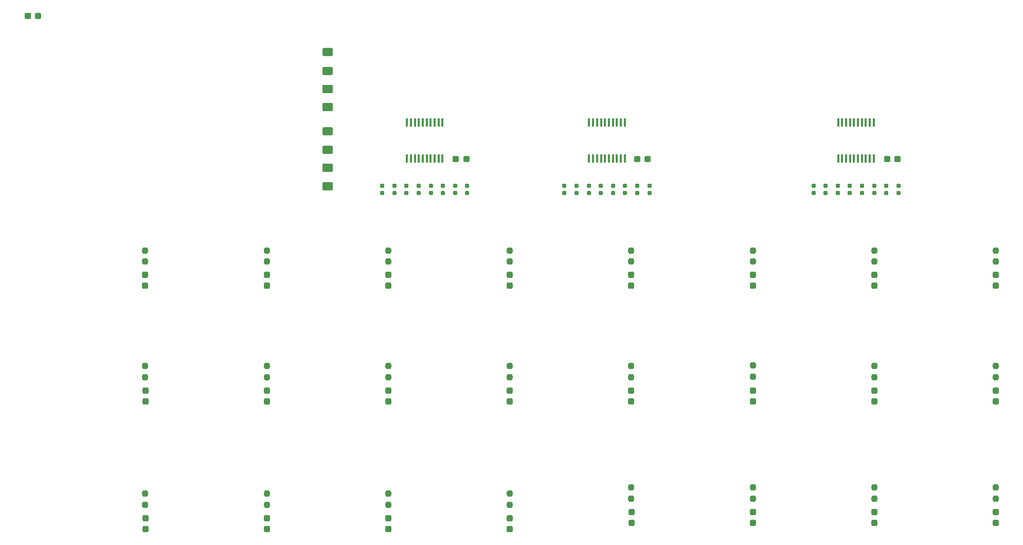
<source format=gbr>
%TF.GenerationSoftware,KiCad,Pcbnew,8.0.2*%
%TF.CreationDate,2024-09-23T18:26:01-05:00*%
%TF.ProjectId,ReceiverBoard,52656365-6976-4657-9242-6f6172642e6b,rev?*%
%TF.SameCoordinates,Original*%
%TF.FileFunction,Paste,Top*%
%TF.FilePolarity,Positive*%
%FSLAX46Y46*%
G04 Gerber Fmt 4.6, Leading zero omitted, Abs format (unit mm)*
G04 Created by KiCad (PCBNEW 8.0.2) date 2024-09-23 18:26:01*
%MOMM*%
%LPD*%
G01*
G04 APERTURE LIST*
G04 Aperture macros list*
%AMRoundRect*
0 Rectangle with rounded corners*
0 $1 Rounding radius*
0 $2 $3 $4 $5 $6 $7 $8 $9 X,Y pos of 4 corners*
0 Add a 4 corners polygon primitive as box body*
4,1,4,$2,$3,$4,$5,$6,$7,$8,$9,$2,$3,0*
0 Add four circle primitives for the rounded corners*
1,1,$1+$1,$2,$3*
1,1,$1+$1,$4,$5*
1,1,$1+$1,$6,$7*
1,1,$1+$1,$8,$9*
0 Add four rect primitives between the rounded corners*
20,1,$1+$1,$2,$3,$4,$5,0*
20,1,$1+$1,$4,$5,$6,$7,0*
20,1,$1+$1,$6,$7,$8,$9,0*
20,1,$1+$1,$8,$9,$2,$3,0*%
G04 Aperture macros list end*
%ADD10RoundRect,0.160000X-0.160000X0.197500X-0.160000X-0.197500X0.160000X-0.197500X0.160000X0.197500X0*%
%ADD11RoundRect,0.237500X-0.237500X0.287500X-0.237500X-0.287500X0.237500X-0.287500X0.237500X0.287500X0*%
%ADD12RoundRect,0.237500X0.237500X-0.250000X0.237500X0.250000X-0.237500X0.250000X-0.237500X-0.250000X0*%
%ADD13RoundRect,0.160000X0.160000X-0.197500X0.160000X0.197500X-0.160000X0.197500X-0.160000X-0.197500X0*%
%ADD14RoundRect,0.237500X-0.237500X0.250000X-0.237500X-0.250000X0.237500X-0.250000X0.237500X0.250000X0*%
%ADD15RoundRect,0.237500X0.300000X0.237500X-0.300000X0.237500X-0.300000X-0.237500X0.300000X-0.237500X0*%
%ADD16RoundRect,0.250000X0.625000X-0.400000X0.625000X0.400000X-0.625000X0.400000X-0.625000X-0.400000X0*%
%ADD17RoundRect,0.250001X-0.624999X0.462499X-0.624999X-0.462499X0.624999X-0.462499X0.624999X0.462499X0*%
%ADD18R,0.450000X1.475000*%
G04 APERTURE END LIST*
D10*
%TO.C,R12*%
X167000000Y-72402500D03*
X167000000Y-73597500D03*
%TD*%
D11*
%TO.C,D18*%
X194000000Y-106125000D03*
X194000000Y-107875000D03*
%TD*%
D12*
%TO.C,R40*%
X174000000Y-123912500D03*
X174000000Y-122087500D03*
%TD*%
%TO.C,R37*%
X154000000Y-124912500D03*
X154000000Y-123087500D03*
%TD*%
D10*
%TO.C,R17*%
X177000000Y-72402500D03*
X177000000Y-73597500D03*
%TD*%
%TO.C,R16*%
X175000000Y-72402500D03*
X175000000Y-73597500D03*
%TD*%
D12*
%TO.C,R27*%
X94000000Y-103912500D03*
X94000000Y-102087500D03*
%TD*%
D11*
%TO.C,D14*%
X174000000Y-87125000D03*
X174000000Y-88875000D03*
%TD*%
D12*
%TO.C,R44*%
X214000000Y-84912500D03*
X214000000Y-83087500D03*
%TD*%
D10*
%TO.C,R13*%
X169000000Y-72402500D03*
X169000000Y-73597500D03*
%TD*%
D13*
%TO.C,R2*%
X133000000Y-73597500D03*
X133000000Y-72402500D03*
%TD*%
D10*
%TO.C,R25*%
X218000000Y-72402500D03*
X218000000Y-73597500D03*
%TD*%
D11*
%TO.C,D10*%
X134000000Y-127125000D03*
X134000000Y-128875000D03*
%TD*%
D14*
%TO.C,R33*%
X134000000Y-102087500D03*
X134000000Y-103912500D03*
%TD*%
D11*
%TO.C,D6*%
X114040000Y-106125000D03*
X114040000Y-107875000D03*
%TD*%
D12*
%TO.C,R47*%
X234000000Y-84912500D03*
X234000000Y-83087500D03*
%TD*%
%TO.C,R39*%
X174000000Y-103912500D03*
X174000000Y-102087500D03*
%TD*%
D11*
%TO.C,D20*%
X214000000Y-87125000D03*
X214000000Y-88875000D03*
%TD*%
D10*
%TO.C,R8*%
X145000000Y-72402500D03*
X145000000Y-73597500D03*
%TD*%
D11*
%TO.C,D8*%
X134000000Y-87125000D03*
X134000000Y-88875000D03*
%TD*%
D12*
%TO.C,R38*%
X174000000Y-84912500D03*
X174000000Y-83087500D03*
%TD*%
D10*
%TO.C,R19*%
X206000000Y-72402500D03*
X206000000Y-73597500D03*
%TD*%
D12*
%TO.C,R32*%
X134000000Y-84912500D03*
X134000000Y-83087500D03*
%TD*%
D10*
%TO.C,R21*%
X210000000Y-72402500D03*
X210000000Y-73597500D03*
%TD*%
D11*
%TO.C,D15*%
X174000000Y-106125000D03*
X174000000Y-107875000D03*
%TD*%
D10*
%TO.C,R9*%
X147000000Y-72402500D03*
X147000000Y-73597500D03*
%TD*%
D15*
%TO.C,C5*%
X76362500Y-44500000D03*
X74637500Y-44500000D03*
%TD*%
D12*
%TO.C,R46*%
X214000000Y-123912500D03*
X214000000Y-122087500D03*
%TD*%
D11*
%TO.C,D3*%
X94040000Y-106125000D03*
X94040000Y-107875000D03*
%TD*%
D10*
%TO.C,R20*%
X208000000Y-72402500D03*
X208000000Y-73597500D03*
%TD*%
D11*
%TO.C,D2*%
X94000000Y-87125000D03*
X94000000Y-88875000D03*
%TD*%
D13*
%TO.C,R18*%
X204000000Y-73597500D03*
X204000000Y-72402500D03*
%TD*%
D10*
%TO.C,R22*%
X212000000Y-72402500D03*
X212000000Y-73597500D03*
%TD*%
D11*
%TO.C,D16*%
X174040000Y-126125000D03*
X174040000Y-127875000D03*
%TD*%
D12*
%TO.C,R42*%
X194000000Y-103825000D03*
X194000000Y-102000000D03*
%TD*%
D11*
%TO.C,D9*%
X134040000Y-106125000D03*
X134040000Y-107875000D03*
%TD*%
D12*
%TO.C,R36*%
X154000000Y-103912500D03*
X154000000Y-102087500D03*
%TD*%
%TO.C,R35*%
X154000000Y-84912500D03*
X154000000Y-83087500D03*
%TD*%
D16*
%TO.C,R50*%
X124000000Y-53550000D03*
X124000000Y-50450000D03*
%TD*%
D10*
%TO.C,R15*%
X173000000Y-72402500D03*
X173000000Y-73597500D03*
%TD*%
%TO.C,R5*%
X139000000Y-72402500D03*
X139000000Y-73597500D03*
%TD*%
D11*
%TO.C,D13*%
X154000000Y-127125000D03*
X154000000Y-128875000D03*
%TD*%
%TO.C,D25*%
X234000000Y-126125000D03*
X234000000Y-127875000D03*
%TD*%
D12*
%TO.C,R31*%
X114000000Y-124912500D03*
X114000000Y-123087500D03*
%TD*%
D11*
%TO.C,D21*%
X214000000Y-106125000D03*
X214000000Y-107875000D03*
%TD*%
D15*
%TO.C,C3*%
X176725000Y-68000000D03*
X175000000Y-68000000D03*
%TD*%
D11*
%TO.C,D7*%
X114000000Y-127125000D03*
X114000000Y-128875000D03*
%TD*%
D10*
%TO.C,R4*%
X137000000Y-72402500D03*
X137000000Y-73597500D03*
%TD*%
%TO.C,R7*%
X143000000Y-72402500D03*
X143000000Y-73597500D03*
%TD*%
D12*
%TO.C,R45*%
X214000000Y-103912500D03*
X214000000Y-102087500D03*
%TD*%
D11*
%TO.C,D24*%
X234000000Y-106125000D03*
X234000000Y-107875000D03*
%TD*%
D10*
%TO.C,R14*%
X171000000Y-72402500D03*
X171000000Y-73597500D03*
%TD*%
D17*
%TO.C,D26*%
X124000000Y-56512500D03*
X124000000Y-59487500D03*
%TD*%
D12*
%TO.C,R48*%
X234000000Y-103912500D03*
X234000000Y-102087500D03*
%TD*%
%TO.C,R29*%
X114000000Y-84912500D03*
X114000000Y-83087500D03*
%TD*%
%TO.C,R28*%
X94000000Y-124912500D03*
X94000000Y-123087500D03*
%TD*%
D11*
%TO.C,D23*%
X234000000Y-87125000D03*
X234000000Y-88875000D03*
%TD*%
D15*
%TO.C,C4*%
X217862500Y-68000000D03*
X216137500Y-68000000D03*
%TD*%
D10*
%TO.C,R11*%
X165000000Y-72402500D03*
X165000000Y-73597500D03*
%TD*%
D11*
%TO.C,D5*%
X114000000Y-87125000D03*
X114000000Y-88875000D03*
%TD*%
D12*
%TO.C,R30*%
X114000000Y-103912500D03*
X114000000Y-102087500D03*
%TD*%
D10*
%TO.C,R24*%
X216000000Y-72402500D03*
X216000000Y-73597500D03*
%TD*%
D12*
%TO.C,R34*%
X134000000Y-124912500D03*
X134000000Y-123087500D03*
%TD*%
%TO.C,R49*%
X234000000Y-123912500D03*
X234000000Y-122087500D03*
%TD*%
D17*
%TO.C,D1*%
X124000000Y-69512500D03*
X124000000Y-72487500D03*
%TD*%
D15*
%TO.C,C2*%
X146862500Y-68000000D03*
X145137500Y-68000000D03*
%TD*%
D10*
%TO.C,R3*%
X135000000Y-72402500D03*
X135000000Y-73597500D03*
%TD*%
D12*
%TO.C,R41*%
X194000000Y-84912500D03*
X194000000Y-83087500D03*
%TD*%
D10*
%TO.C,R23*%
X214000000Y-72402500D03*
X214000000Y-73597500D03*
%TD*%
D12*
%TO.C,R43*%
X194000000Y-123912500D03*
X194000000Y-122087500D03*
%TD*%
D13*
%TO.C,R10*%
X163000000Y-73597500D03*
X163000000Y-72402500D03*
%TD*%
D11*
%TO.C,D11*%
X154000000Y-87125000D03*
X154000000Y-88875000D03*
%TD*%
%TO.C,D4*%
X94040000Y-127125000D03*
X94040000Y-128875000D03*
%TD*%
%TO.C,D19*%
X194000000Y-126125000D03*
X194000000Y-127875000D03*
%TD*%
D16*
%TO.C,R1*%
X124000000Y-66550000D03*
X124000000Y-63450000D03*
%TD*%
D10*
%TO.C,R6*%
X141000000Y-72402500D03*
X141000000Y-73597500D03*
%TD*%
D12*
%TO.C,R26*%
X94000000Y-84912500D03*
X94000000Y-83087500D03*
%TD*%
D11*
%TO.C,D12*%
X154000000Y-106125000D03*
X154000000Y-107875000D03*
%TD*%
%TO.C,D17*%
X194000000Y-87125000D03*
X194000000Y-88875000D03*
%TD*%
%TO.C,D22*%
X214000000Y-126125000D03*
X214000000Y-127875000D03*
%TD*%
D18*
%TO.C,IC1*%
X142925000Y-62062000D03*
X142275000Y-62062000D03*
X141625000Y-62062000D03*
X140975000Y-62062000D03*
X140325000Y-62062000D03*
X139675000Y-62062000D03*
X139025000Y-62062000D03*
X138375000Y-62062000D03*
X137725000Y-62062000D03*
X137075000Y-62062000D03*
X137075000Y-67938000D03*
X137725000Y-67938000D03*
X138375000Y-67938000D03*
X139025000Y-67938000D03*
X139675000Y-67938000D03*
X140325000Y-67938000D03*
X140975000Y-67938000D03*
X141625000Y-67938000D03*
X142275000Y-67938000D03*
X142925000Y-67938000D03*
%TD*%
%TO.C,IC2*%
X172925000Y-62062000D03*
X172275000Y-62062000D03*
X171625000Y-62062000D03*
X170975000Y-62062000D03*
X170325000Y-62062000D03*
X169675000Y-62062000D03*
X169025000Y-62062000D03*
X168375000Y-62062000D03*
X167725000Y-62062000D03*
X167075000Y-62062000D03*
X167075000Y-67938000D03*
X167725000Y-67938000D03*
X168375000Y-67938000D03*
X169025000Y-67938000D03*
X169675000Y-67938000D03*
X170325000Y-67938000D03*
X170975000Y-67938000D03*
X171625000Y-67938000D03*
X172275000Y-67938000D03*
X172925000Y-67938000D03*
%TD*%
%TO.C,IC3*%
X213925000Y-62062000D03*
X213275000Y-62062000D03*
X212625000Y-62062000D03*
X211975000Y-62062000D03*
X211325000Y-62062000D03*
X210675000Y-62062000D03*
X210025000Y-62062000D03*
X209375000Y-62062000D03*
X208725000Y-62062000D03*
X208075000Y-62062000D03*
X208075000Y-67938000D03*
X208725000Y-67938000D03*
X209375000Y-67938000D03*
X210025000Y-67938000D03*
X210675000Y-67938000D03*
X211325000Y-67938000D03*
X211975000Y-67938000D03*
X212625000Y-67938000D03*
X213275000Y-67938000D03*
X213925000Y-67938000D03*
%TD*%
M02*

</source>
